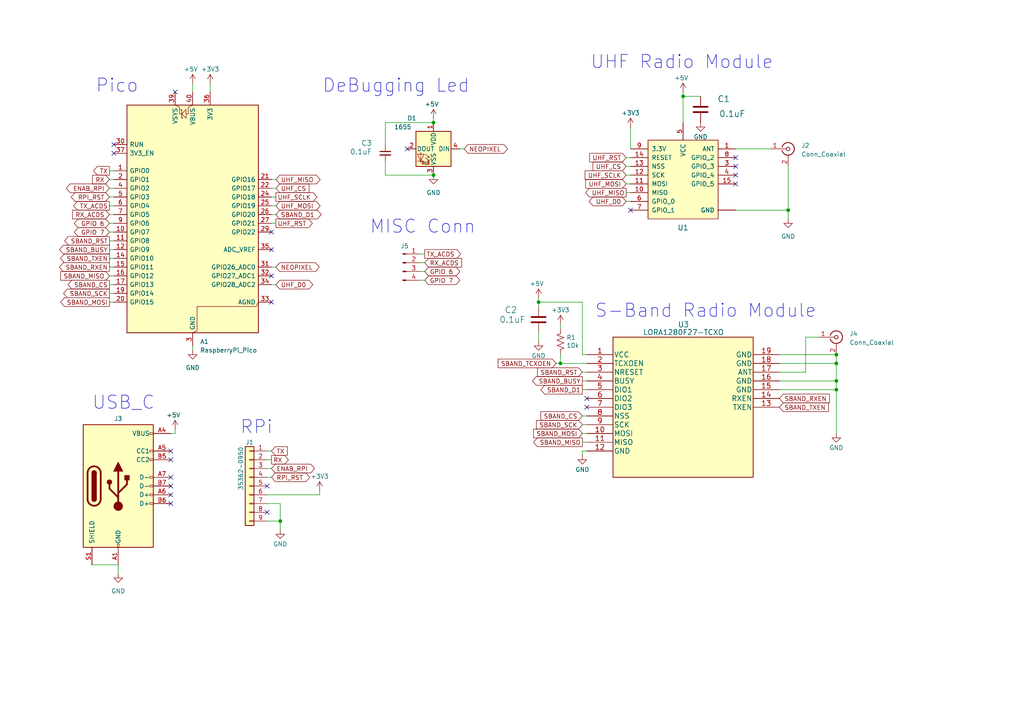
<source format=kicad_sch>
(kicad_sch (version 20250114) (generator "eeschema") (generator_version "9.0")
  (paper "A4")
  (lib_symbols
    (symbol "Connector:Conn_01x04_Pin" (pin_names (offset 1.016) (hide yes))
      (property "Reference" "J" (at 0 5.08 0))
      (property "Value" "Conn_01x04_Pin" (at 0 -7.62 0))
      (symbol "Conn_01x04_Pin_1_1"
        (rectangle (start 0.8636 2.667) (end 0 2.413) (stroke (width 0.1524)) (fill (type outline)))
        (rectangle (start 0.8636 0.127) (end 0 -0.127) (stroke (width 0.1524)) (fill (type outline)))
        (rectangle (start 0.8636 -2.413) (end 0 -2.667) (stroke (width 0.1524)) (fill (type outline)))
        (rectangle (start 0.8636 -4.953) (end 0 -5.207) (stroke (width 0.1524)) (fill (type outline)))
        (polyline (pts (xy 1.27 2.54) (xy 0.8636 2.54)) (stroke (width 0.1524)))
        (polyline (pts (xy 1.27 0) (xy 0.8636 0)) (stroke (width 0.1524)))
        (polyline (pts (xy 1.27 -2.54) (xy 0.8636 -2.54)) (stroke (width 0.1524)))
        (polyline (pts (xy 1.27 -5.08) (xy 0.8636 -5.08)) (stroke (width 0.1524)))
        (pin passive line (at 5.08 2.54 180) (length 3.81) (name "Pin_1") (number "1"))
        (pin passive line (at 5.08 0 180) (length 3.81) (name "Pin_2") (number "2"))
        (pin passive line (at 5.08 -2.54 180) (length 3.81) (name "Pin_3") (number "3"))
        (pin passive line (at 5.08 -5.08 180) (length 3.81) (name "Pin_4") (number "4"))
      )
    )
    (symbol "Connector:Conn_Coaxial" (pin_names (offset 1.016) (hide yes))
      (property "Reference" "J" (at 0.254 3.048 0))
      (property "Value" "Conn_Coaxial" (at 2.921 0 90))
      (symbol "Conn_Coaxial_0_1"
        (polyline (pts (xy -2.54 0) (xy -0.508 0)))
        (arc (start 1.778 0) (mid 0.222 -1.8079) (end -1.778 -0.508) (stroke (width 0.254)))
        (arc (start -1.778 0.508) (mid 0.2221 1.8084) (end 1.778 0) (stroke (width 0.254)))
        (circle (center 0 0) (radius 0.508) (stroke (width 0.2032)))
        (polyline (pts (xy 0 -2.54) (xy 0 -1.778)))
      )
      (symbol "Conn_Coaxial_1_1"
        (pin passive line (at -5.08 0 0) (length 2.54) (name "In") (number "1"))
        (pin passive line (at 0 -5.08 90) (length 2.54) (name "Ext") (number "2"))
      )
    )
    (symbol "Connector:USB_C_Receptacle_USB2.0_14P" (pin_names (offset 1.016))
      (property "Reference" "J" (at 0 22.225 0))
      (property "Value" "USB_C_Receptacle_USB2.0_14P" (at 0 19.685 0))
      (symbol "USB_C_Receptacle_USB2.0_14P_0_0"
        (rectangle (start -0.254 -17.78) (end 0.254 -16.764))
        (rectangle (start 10.16 15.494) (end 9.144 14.986))
        (rectangle (start 10.16 10.414) (end 9.144 9.906))
        (rectangle (start 10.16 7.874) (end 9.144 7.366))
        (rectangle (start 10.16 2.794) (end 9.144 2.286))
        (rectangle (start 10.16 0.254) (end 9.144 -0.254))
        (rectangle (start 10.16 -2.286) (end 9.144 -2.794))
        (rectangle (start 10.16 -4.826) (end 9.144 -5.334))
      )
      (symbol "USB_C_Receptacle_USB2.0_14P_0_1"
        (rectangle (start -10.16 17.78) (end 10.16 -17.78) (stroke (width 0.254)) (fill (type background)))
        (polyline (pts (xy -8.89 -3.81) (xy -8.89 3.81)) (stroke (width 0.508)))
        (rectangle (start -7.62 -3.81) (end -6.35 3.81) (stroke (width 0.254)) (fill (type outline)))
        (arc (start -7.62 3.81) (mid -6.985 4.4423) (end -6.35 3.81) (stroke (width 0.254)))
        (arc (start -7.62 3.81) (mid -6.985 4.4423) (end -6.35 3.81) (stroke (width 0.254)) (fill (type outline)))
        (arc (start -8.89 3.81) (mid -6.985 5.7067) (end -5.08 3.81) (stroke (width 0.508)))
        (arc (start -5.08 -3.81) (mid -6.985 -5.7067) (end -8.89 -3.81) (stroke (width 0.508)))
        (arc (start -6.35 -3.81) (mid -6.985 -4.4423) (end -7.62 -3.81) (stroke (width 0.254)))
        (arc (start -6.35 -3.81) (mid -6.985 -4.4423) (end -7.62 -3.81) (stroke (width 0.254)) (fill (type outline)))
        (polyline (pts (xy -5.08 3.81) (xy -5.08 -3.81)) (stroke (width 0.508)))
        (circle (center -2.54 1.143) (radius 0.635) (stroke (width 0.254)) (fill (type outline)))
        (polyline (pts (xy -1.27 4.318) (xy 0 6.858) (xy 1.27 4.318) (xy -1.27 4.318)) (stroke (width 0.254)) (fill (type outline)))
        (polyline (pts (xy 0 -2.032) (xy 2.54 0.508) (xy 2.54 1.778)) (stroke (width 0.508)))
        (polyline (pts (xy 0 -3.302) (xy -2.54 -0.762) (xy -2.54 0.508)) (stroke (width 0.508)))
        (polyline (pts (xy 0 -5.842) (xy 0 4.318)) (stroke (width 0.508)))
        (circle (center 0 -5.842) (radius 1.27) (fill (type outline)))
        (rectangle (start 1.905 1.778) (end 3.175 3.048) (stroke (width 0.254)) (fill (type outline)))
      )
      (symbol "USB_C_Receptacle_USB2.0_14P_1_1"
        (pin passive line (at -7.62 -22.86 90) (length 5.08) (name "SHIELD") (number "S1"))
        (pin passive line (at 0 -22.86 90) (length 5.08) (name "GND") (number "A1"))
        (pin passive line (at 0 -22.86 90) (length 5.08) (hide yes) (name "GND") (number "A12"))
        (pin passive line (at 0 -22.86 90) (length 5.08) (hide yes) (name "GND") (number "B1"))
        (pin passive line (at 0 -22.86 90) (length 5.08) (hide yes) (name "GND") (number "B12"))
        (pin passive line (at 15.24 15.24 180) (length 5.08) (name "VBUS") (number "A4"))
        (pin passive line (at 15.24 15.24 180) (length 5.08) (hide yes) (name "VBUS") (number "A9"))
        (pin passive line (at 15.24 15.24 180) (length 5.08) (hide yes) (name "VBUS") (number "B4"))
        (pin passive line (at 15.24 15.24 180) (length 5.08) (hide yes) (name "VBUS") (number "B9"))
        (pin bidirectional line (at 15.24 10.16 180) (length 5.08) (name "CC1") (number "A5"))
        (pin bidirectional line (at 15.24 7.62 180) (length 5.08) (name "CC2") (number "B5"))
        (pin bidirectional line (at 15.24 2.54 180) (length 5.08) (name "D-") (number "A7"))
        (pin bidirectional line (at 15.24 0 180) (length 5.08) (name "D-") (number "B7"))
        (pin bidirectional line (at 15.24 -2.54 180) (length 5.08) (name "D+") (number "A6"))
        (pin bidirectional line (at 15.24 -5.08 180) (length 5.08) (name "D+") (number "B6"))
      )
    )
    (symbol "Connector_Generic:Conn_01x09" (pin_names (offset 1.016) (hide yes))
      (property "Reference" "J" (at 0 12.7 0))
      (property "Value" "Conn_01x09" (at 0 -12.7 0))
      (symbol "Conn_01x09_1_1"
        (rectangle (start -1.27 11.43) (end 1.27 -11.43) (stroke (width 0.254)) (fill (type background)))
        (rectangle (start -1.27 10.287) (end 0 10.033) (stroke (width 0.1524)))
        (rectangle (start -1.27 7.747) (end 0 7.493) (stroke (width 0.1524)))
        (rectangle (start -1.27 5.207) (end 0 4.953) (stroke (width 0.1524)))
        (rectangle (start -1.27 2.667) (end 0 2.413) (stroke (width 0.1524)))
        (rectangle (start -1.27 0.127) (end 0 -0.127) (stroke (width 0.1524)))
        (rectangle (start -1.27 -2.413) (end 0 -2.667) (stroke (width 0.1524)))
        (rectangle (start -1.27 -4.953) (end 0 -5.207) (stroke (width 0.1524)))
        (rectangle (start -1.27 -7.493) (end 0 -7.747) (stroke (width 0.1524)))
        (rectangle (start -1.27 -10.033) (end 0 -10.287) (stroke (width 0.1524)))
        (pin passive line (at -5.08 10.16 0) (length 3.81) (name "Pin_1") (number "1"))
        (pin passive line (at -5.08 7.62 0) (length 3.81) (name "Pin_2") (number "2"))
        (pin passive line (at -5.08 5.08 0) (length 3.81) (name "Pin_3") (number "3"))
        (pin passive line (at -5.08 2.54 0) (length 3.81) (name "Pin_4") (number "4"))
        (pin passive line (at -5.08 0 0) (length 3.81) (name "Pin_5") (number "5"))
        (pin passive line (at -5.08 -2.54 0) (length 3.81) (name "Pin_6") (number "6"))
        (pin passive line (at -5.08 -5.08 0) (length 3.81) (name "Pin_7") (number "7"))
        (pin passive line (at -5.08 -7.62 0) (length 3.81) (name "Pin_8") (number "8"))
        (pin passive line (at -5.08 -10.16 0) (length 3.81) (name "Pin_9") (number "9"))
      )
    )
    (symbol "Device:C" (pin_numbers (hide yes)) (pin_names (offset 0.254))
      (property "Reference" "C" (at 0.635 2.54 0))
      (property "Value" "C" (at 0.635 -2.54 0))
      (symbol "C_0_1"
        (polyline (pts (xy -2.032 0.762) (xy 2.032 0.762)) (stroke (width 0.508)))
        (polyline (pts (xy -2.032 -0.762) (xy 2.032 -0.762)) (stroke (width 0.508)))
      )
      (symbol "C_1_1"
        (pin passive line (at 0 3.81 270) (length 2.794) (name "~") (number "1"))
        (pin passive line (at 0 -3.81 90) (length 2.794) (name "~") (number "2"))
      )
    )
    (symbol "Device:C_Small" (pin_numbers (hide yes)) (pin_names (offset 0.254) (hide yes))
      (property "Reference" "C" (at 0.254 1.778 0))
      (property "Value" "C_Small" (at 0.254 -2.032 0))
      (symbol "C_Small_0_1"
        (polyline (pts (xy -1.524 0.508) (xy 1.524 0.508)) (stroke (width 0.3048)))
        (polyline (pts (xy -1.524 -0.508) (xy 1.524 -0.508)) (stroke (width 0.3302)))
      )
      (symbol "C_Small_1_1"
        (pin passive line (at 0 2.54 270) (length 2.032) (name "~") (number "1"))
        (pin passive line (at 0 -2.54 90) (length 2.032) (name "~") (number "2"))
      )
    )
    (symbol "Device:R_US" (pin_numbers (hide yes)) (pin_names (offset 0))
      (property "Reference" "R" (at 2.54 0 90))
      (property "Value" "R_US" (at -2.54 0 90))
      (symbol "R_US_0_1"
        (polyline (pts (xy 0 2.286) (xy 0 2.54)))
        (polyline (pts (xy 0 2.286) (xy 1.016 1.905) (xy 0 1.524) (xy -1.016 1.143) (xy 0 0.762)))
        (polyline (pts (xy 0 0.762) (xy 1.016 0.381) (xy 0 0) (xy -1.016 -0.381) (xy 0 -0.762)))
        (polyline (pts (xy 0 -0.762) (xy 1.016 -1.143) (xy 0 -1.524) (xy -1.016 -1.905) (xy 0 -2.286)))
        (polyline (pts (xy 0 -2.286) (xy 0 -2.54)))
      )
      (symbol "R_US_1_1"
        (pin passive line (at 0 3.81 270) (length 1.27) (name "~") (number "1"))
        (pin passive line (at 0 -3.81 90) (length 1.27) (name "~") (number "2"))
      )
    )
    (symbol "LED:WS2812B" (pin_names (offset 0.254))
      (property "Reference" "D" (at 5.08 5.715 0))
      (property "Value" "WS2812B" (at 1.27 -5.715 0))
      (symbol "WS2812B_0_0"
        (text "RGB" (at 2.286 -4.191 0) (effects (font (size 0.762 0.762))))
      )
      (symbol "WS2812B_0_1"
        (polyline (pts (xy 1.27 -2.54) (xy 1.778 -2.54)))
        (polyline (pts (xy 1.27 -3.556) (xy 1.778 -3.556)))
        (polyline (pts (xy 2.286 -1.524) (xy 1.27 -2.54) (xy 1.27 -2.032)))
        (polyline (pts (xy 2.286 -2.54) (xy 1.27 -3.556) (xy 1.27 -3.048)))
        (polyline (pts (xy 3.683 -1.016) (xy 3.683 -3.556) (xy 3.683 -4.064)))
        (polyline (pts (xy 4.699 -1.524) (xy 2.667 -1.524) (xy 3.683 -3.556) (xy 4.699 -1.524)))
        (polyline (pts (xy 4.699 -3.556) (xy 2.667 -3.556)))
        (rectangle (start 5.08 5.08) (end -5.08 -5.08) (stroke (width 0.254)) (fill (type background)))
      )
      (symbol "WS2812B_1_1"
        (pin input line (at -7.62 0 0) (length 2.54) (name "DIN") (number "4"))
        (pin power_in line (at 0 7.62 270) (length 2.54) (name "VDD") (number "1"))
        (pin power_in line (at 0 -7.62 90) (length 2.54) (name "VSS") (number "3"))
        (pin output line (at 7.62 0 180) (length 2.54) (name "DOUT") (number "2"))
      )
    )
    (symbol "MCU_Module:RaspberryPi_Pico" (pin_names (offset 0.762))
      (property "Reference" "A" (at -19.05 35.56 0))
      (property "Value" "RaspberryPi_Pico" (at 7.62 35.56 0))
      (symbol "RaspberryPi_Pico_0_1"
        (rectangle (start -19.05 34.29) (end 19.05 -31.75) (stroke (width 0.254)) (fill (type background)))
        (polyline (pts (xy -5.08 34.29) (xy -3.81 33.655) (xy -3.81 31.75) (xy -3.175 31.75)))
        (polyline (pts (xy -3.429 32.766) (xy -3.429 33.02) (xy -3.175 33.02) (xy -3.175 30.48) (xy -2.921 30.48) (xy -2.921 30.734)))
        (polyline (pts (xy -3.175 31.75) (xy -1.905 33.02) (xy -1.905 30.48) (xy -3.175 31.75)))
        (polyline (pts (xy 0 34.29) (xy -1.27 33.655) (xy -1.27 31.75) (xy -1.905 31.75)))
        (polyline (pts (xy 0 -31.75) (xy 1.27 -31.115) (xy 1.27 -24.13) (xy 18.415 -24.13) (xy 19.05 -22.86)))
      )
      (symbol "RaspberryPi_Pico_1_1"
        (pin passive line (at -22.86 22.86 0) (length 3.81) (name "RUN") (number "30"))
        (pin passive line (at -22.86 20.32 0) (length 3.81) (name "3V3_EN") (number "37"))
        (pin bidirectional line (at -22.86 15.24 0) (length 3.81) (name "GPIO0") (number "1"))
        (pin bidirectional line (at -22.86 12.7 0) (length 3.81) (name "GPIO1") (number "2"))
        (pin bidirectional line (at -22.86 10.16 0) (length 3.81) (name "GPIO2") (number "4"))
        (pin bidirectional line (at -22.86 7.62 0) (length 3.81) (name "GPIO3") (number "5"))
        (pin bidirectional line (at -22.86 5.08 0) (length 3.81) (name "GPIO4") (number "6"))
        (pin bidirectional line (at -22.86 2.54 0) (length 3.81) (name "GPIO5") (number "7"))
        (pin bidirectional line (at -22.86 0 0) (length 3.81) (name "GPIO6") (number "9"))
        (pin bidirectional line (at -22.86 -2.54 0) (length 3.81) (name "GPIO7") (number "10"))
        (pin bidirectional line (at -22.86 -5.08 0) (length 3.81) (name "GPIO8") (number "11"))
        (pin bidirectional line (at -22.86 -7.62 0) (length 3.81) (name "GPIO9") (number "12"))
        (pin bidirectional line (at -22.86 -10.16 0) (length 3.81) (name "GPIO10") (number "14"))
        (pin bidirectional line (at -22.86 -12.7 0) (length 3.81) (name "GPIO11") (number "15"))
        (pin bidirectional line (at -22.86 -15.24 0) (length 3.81) (name "GPIO12") (number "16"))
        (pin bidirectional line (at -22.86 -17.78 0) (length 3.81) (name "GPIO13") (number "17"))
        (pin bidirectional line (at -22.86 -20.32 0) (length 3.81) (name "GPIO14") (number "19"))
        (pin bidirectional line (at -22.86 -22.86 0) (length 3.81) (name "GPIO15") (number "20"))
        (pin power_in line (at -5.08 38.1 270) (length 3.81) (name "VSYS") (number "39"))
        (pin power_out line (at 0 38.1 270) (length 3.81) (name "VBUS") (number "40"))
        (pin passive line (at 0 -35.56 90) (length 3.81) (hide yes) (name "GND") (number "13"))
        (pin passive line (at 0 -35.56 90) (length 3.81) (hide yes) (name "GND") (number "18"))
        (pin passive line (at 0 -35.56 90) (length 3.81) (hide yes) (name "GND") (number "23"))
        (pin passive line (at 0 -35.56 90) (length 3.81) (hide yes) (name "GND") (number "28"))
        (pin power_out line (at 0 -35.56 90) (length 3.81) (name "GND") (number "3"))
        (pin passive line (at 0 -35.56 90) (length 3.81) (hide yes) (name "GND") (number "38"))
        (pin passive line (at 0 -35.56 90) (length 3.81) (hide yes) (name "GND") (number "8"))
        (pin power_out line (at 5.08 38.1 270) (length 3.81) (name "3V3") (number "36"))
        (pin bidirectional line (at 22.86 12.7 180) (length 3.81) (name "GPIO16") (number "21"))
        (pin bidirectional line (at 22.86 10.16 180) (length 3.81) (name "GPIO17") (number "22"))
        (pin bidirectional line (at 22.86 7.62 180) (length 3.81) (name "GPIO18") (number "24"))
        (pin bidirectional line (at 22.86 5.08 180) (length 3.81) (name "GPIO19") (number "25"))
        (pin bidirectional line (at 22.86 2.54 180) (length 3.81) (name "GPIO20") (number "26"))
        (pin bidirectional line (at 22.86 0 180) (length 3.81) (name "GPIO21") (number "27"))
        (pin bidirectional line (at 22.86 -2.54 180) (length 3.81) (name "GPIO22") (number "29"))
        (pin power_in line (at 22.86 -7.62 180) (length 3.81) (name "ADC_VREF") (number "35"))
        (pin bidirectional line (at 22.86 -12.7 180) (length 3.81) (name "GPIO26_ADC0") (number "31"))
        (pin bidirectional line (at 22.86 -15.24 180) (length 3.81) (name "GPIO27_ADC1") (number "32"))
        (pin bidirectional line (at 22.86 -17.78 180) (length 3.81) (name "GPIO28_ADC2") (number "34"))
        (pin power_out line (at 22.86 -22.86 180) (length 3.81) (name "AGND") (number "33"))
      )
    )
    (symbol "power:+3V3" (power) (pin_numbers (hide yes)) (pin_names (offset 0) (hide yes))
      (property "Value" "+3V3" (at 0 3.556 0))
      (symbol "+3V3_0_1"
        (polyline (pts (xy -0.762 1.27) (xy 0 2.54)))
        (polyline (pts (xy 0 2.54) (xy 0.762 1.27)))
        (polyline (pts (xy 0 0) (xy 0 2.54)))
      )
      (symbol "+3V3_1_1"
        (pin power_in line (at 0 0 90) (length 0) (name "~") (number "1"))
      )
    )
    (symbol "power:+5V" (power) (pin_numbers (hide yes)) (pin_names (offset 0) (hide yes))
      (property "Value" "+5V" (at 0 3.556 0))
      (symbol "+5V_0_1"
        (polyline (pts (xy -0.762 1.27) (xy 0 2.54)))
        (polyline (pts (xy 0 2.54) (xy 0.762 1.27)))
        (polyline (pts (xy 0 0) (xy 0 2.54)))
      )
      (symbol "+5V_1_1"
        (pin power_in line (at 0 0 90) (length 0) (name "~") (number "1"))
      )
    )
    (symbol "power:GND" (power) (pin_numbers (hide yes)) (pin_names (offset 0) (hide yes))
      (property "Value" "GND" (at 0 -3.81 0))
      (symbol "GND_0_1"
        (polyline (pts (xy 0 0) (xy 0 -1.27) (xy 1.27 -1.27) (xy 0 -2.54) (xy -1.27 -1.27) (xy 0 -1.27)))
      )
      (symbol "GND_1_1"
        (pin power_in line (at 0 0 270) (length 0) (name "~") (number "1"))
      )
    )
    (symbol "ssi_IC:LORA1280F27-TCXO" (pin_names (offset 0.254))
      (property "Reference" "U" (at 27.94 10.16 0))
      (property "Value" "LoRa1280F27-TCXO" (at 27.94 7.62 0))
      (property "Datasheet" "https://file.fomille.site/1260815565112336386/1650759420204007426.pdf" (at 0 0 0))
      (symbol "LORA1280F27-TCXO_1_0"
        (pin bidirectional line (at 55.88 -5.08 180) (length 7.62) (name "ANT") (number "17"))
      )
      (symbol "LORA1280F27-TCXO_1_1"
        (rectangle (start 7.62 5.08) (end 48.26 -35.56) (stroke (width 0.254)) (fill (type background)))
        (pin power_in line (at 0 0 0) (length 7.62) (name "VCC") (number "1"))
        (pin input line (at 0 -2.54 0) (length 7.62) (name "TCXOEN") (number "2"))
        (pin input line (at 0 -5.08 0) (length 7.62) (name "NRESET") (number "3"))
        (pin output line (at 0 -7.62 0) (length 7.62) (name "BUSY") (number "4"))
        (pin output line (at 0 -10.16 0) (length 7.62) (name "DIO1") (number "5"))
        (pin output line (at 0 -12.7 0) (length 7.62) (name "DIO2") (number "6"))
        (pin output line (at 0 -15.24 0) (length 7.62) (name "DIO3") (number "7"))
        (pin input line (at 0 -17.78 0) (length 7.62) (name "NSS") (number "8"))
        (pin input line (at 0 -20.32 0) (length 7.62) (name "SCK") (number "9"))
        (pin input line (at 0 -22.86 0) (length 7.62) (name "MOSI") (number "10"))
        (pin output line (at 0 -25.4 0) (length 7.62) (name "MISO") (number "11"))
        (pin power_in line (at 0 -27.94 0) (length 7.62) (name "GND") (number "12"))
        (pin power_in line (at 55.88 0 180) (length 7.62) (name "GND") (number "19"))
        (pin power_in line (at 55.88 -2.54 180) (length 7.62) (name "GND") (number "18"))
        (pin power_in line (at 55.88 -7.62 180) (length 7.62) (name "GND") (number "16"))
        (pin power_in line (at 55.88 -10.16 180) (length 7.62) (name "GND") (number "15"))
        (pin input line (at 55.88 -12.7 180) (length 7.62) (name "RXEN") (number "14"))
        (pin input line (at 55.88 -15.24 180) (length 7.62) (name "TXEN") (number "13"))
      )
    )
    (symbol "ssi_IC:RFM98PW" (pin_names (offset 1.016))
      (property "Reference" "U1" (at 2.54 -15.24 0))
      (symbol "RFM98PW_0_1"
        (rectangle (start -7.62 10.16) (end 12.7 -12.7) (fill (type color) (color 255 255 194 1)))
      )
      (symbol "RFM98PW_1_0"
        (polyline (pts (xy -7.62 10.16) (xy 12.7 10.16)))
        (polyline (pts (xy -7.62 -12.7) (xy -7.62 10.16)))
        (polyline (pts (xy 12.7 10.16) (xy 12.7 -12.7)))
        (pin power_in line (at -12.7 7.62 0) (length 5.08) (name "3.3V") (number "9"))
        (pin bidirectional line (at -12.7 5.08 0) (length 5.08) (name "RESET") (number "14"))
        (pin bidirectional line (at -12.7 2.54 0) (length 5.08) (name "NSS") (number "13"))
        (pin input line (at -12.7 0 0) (length 5.08) (name "SCK") (number "12"))
        (pin input line (at -12.7 -2.54 0) (length 5.08) (name "MOSI") (number "11"))
        (pin output line (at -12.7 -5.08 0) (length 5.08) (name "MISO") (number "10"))
        (pin bidirectional line (at -12.7 -7.62 0) (length 5.08) (name "GPIO_0") (number "6"))
        (pin bidirectional line (at -12.7 -10.16 0) (length 5.08) (name "GPIO_1") (number "7"))
        (pin power_in line (at 2.54 15.24 270) (length 5.08) (name "VCC") (number "5"))
        (pin bidirectional line (at 17.78 7.62 180) (length 5.08) (name "ANT") (number "1"))
        (pin bidirectional line (at 17.78 5.08 180) (length 5.08) (name "GPIO_2") (number "8"))
        (pin bidirectional line (at 17.78 2.54 180) (length 5.08) (name "GPIO_3") (number "3"))
        (pin bidirectional line (at 17.78 0 180) (length 5.08) (name "GPIO_4") (number "4"))
        (pin bidirectional line (at 17.78 -2.54 180) (length 5.08) (name "GPIO_5") (number "15"))
        (pin power_in line (at 17.78 -10.16 180) (length 5.08) (name "GND") (number "16"))
        (pin power_in line (at 17.78 -10.16 180) (length 5.08) (hide yes) (name "GND") (number "17"))
        (pin power_in line (at 17.78 -10.16 180) (length 5.08) (name "GND") (number "2"))
      )
    )
  )
  (text "Pico" (at 27.686 27.178 0) (effects (font (size 3.81 3.81)) (justify left bottom)))
  (text "MISC Conn\n" (at 107.188 68.072 0) (effects (font (size 3.81 3.81)) (justify left bottom)))
  (text "RPi\n" (at 69.596 126.238 0) (effects (font (size 3.81 3.81)) (justify left bottom)))
  (text "UHF Radio Module" (at 171.196 20.32 0) (effects (font (size 3.81 3.81)) (justify left bottom)))
  (text "USB_C" (at 26.67 119.126 0) (effects (font (size 3.81 3.81)) (justify left bottom)))
  (text "S-Band Radio Module\n" (at 172.466 92.456 0) (effects (font (size 3.81 3.81)) (justify left bottom)))
  (text "DeBugging Led\n" (at 93.472 27.178 0) (effects (font (size 3.81 3.81)) (justify left bottom)))
  (junction (at 198.12 27.94))
  (junction (at 242.57 113.03))
  (junction (at 156.21 87.63))
  (junction (at 125.73 50.8))
  (junction (at 125.73 35.56))
  (junction (at 81.28 151.13))
  (junction (at 242.57 102.87))
  (junction (at 242.57 110.49))
  (junction (at 242.57 105.41))
  (junction (at 228.6 60.96))
  (junction (at 162.56 105.41))
  (no_connect (at 78.74 80.01))
  (no_connect (at 170.18 118.11))
  (no_connect (at 49.53 133.35))
  (no_connect (at 213.36 53.34))
  (no_connect (at 182.88 60.96))
  (no_connect (at 49.53 146.05))
  (no_connect (at 49.53 130.81))
  (no_connect (at 78.74 72.39))
  (no_connect (at 77.47 148.59))
  (no_connect (at 78.74 67.31))
  (no_connect (at 33.02 41.91))
  (no_connect (at 49.53 138.43))
  (no_connect (at 213.36 50.8))
  (no_connect (at 118.11 43.18))
  (no_connect (at 49.53 143.51))
  (no_connect (at 170.18 115.57))
  (no_connect (at 50.8 26.67))
  (no_connect (at 213.36 48.26))
  (no_connect (at 213.36 45.72))
  (no_connect (at 78.74 87.63))
  (no_connect (at 77.47 140.97))
  (no_connect (at 49.53 140.97))
  (no_connect (at 33.02 44.45))
  (wire (pts (xy 92.71 142.24) (xy 92.71 143.51)))
  (wire (pts (xy 31.75 62.23) (xy 33.02 62.23)))
  (wire (pts (xy 226.06 107.95) (xy 233.68 107.95)))
  (wire (pts (xy 168.91 87.63) (xy 156.21 87.63)))
  (wire (pts (xy 162.56 93.98) (xy 162.56 95.25)))
  (wire (pts (xy 77.47 135.89) (xy 78.74 135.89)))
  (wire (pts (xy 162.56 105.41) (xy 170.18 105.41)))
  (wire (pts (xy 31.75 67.31) (xy 33.02 67.31)))
  (wire (pts (xy 34.29 166.37) (xy 34.29 163.83)))
  (wire (pts (xy 226.06 102.87) (xy 242.57 102.87)))
  (wire (pts (xy 123.19 76.2) (xy 121.92 76.2)))
  (wire (pts (xy 228.6 48.26) (xy 228.6 60.96)))
  (wire (pts (xy 181.61 50.8) (xy 182.88 50.8)))
  (wire (pts (xy 156.21 96.52) (xy 156.21 99.06)))
  (wire (pts (xy 31.75 74.93) (xy 33.02 74.93)))
  (wire (pts (xy 226.06 105.41) (xy 242.57 105.41)))
  (wire (pts (xy 156.21 86.36) (xy 156.21 87.63)))
  (wire (pts (xy 31.75 54.61) (xy 33.02 54.61)))
  (wire (pts (xy 182.88 36.83) (xy 182.88 43.18)))
  (wire (pts (xy 92.71 143.51) (xy 77.47 143.51)))
  (wire (pts (xy 162.56 102.87) (xy 162.56 105.41)))
  (wire (pts (xy 77.47 151.13) (xy 81.28 151.13)))
  (wire (pts (xy 60.96 24.13) (xy 60.96 26.67)))
  (wire (pts (xy 242.57 110.49) (xy 242.57 113.03)))
  (wire (pts (xy 226.06 110.49) (xy 242.57 110.49)))
  (wire (pts (xy 78.74 54.61) (xy 80.01 54.61)))
  (wire (pts (xy 181.61 53.34) (xy 182.88 53.34)))
  (wire (pts (xy 111.76 50.8) (xy 125.73 50.8)))
  (wire (pts (xy 31.75 49.53) (xy 33.02 49.53)))
  (wire (pts (xy 81.28 151.13) (xy 81.28 153.67)))
  (wire (pts (xy 198.12 26.67) (xy 198.12 27.94)))
  (wire (pts (xy 55.88 24.13) (xy 55.88 26.67)))
  (wire (pts (xy 242.57 105.41) (xy 242.57 110.49)))
  (wire (pts (xy 31.75 64.77) (xy 33.02 64.77)))
  (wire (pts (xy 111.76 35.56) (xy 125.73 35.56)))
  (wire (pts (xy 31.75 82.55) (xy 33.02 82.55)))
  (wire (pts (xy 111.76 46.99) (xy 111.76 50.8)))
  (wire (pts (xy 31.75 59.69) (xy 33.02 59.69)))
  (wire (pts (xy 111.76 35.56) (xy 111.76 41.91)))
  (wire (pts (xy 31.75 57.15) (xy 33.02 57.15)))
  (wire (pts (xy 242.57 113.03) (xy 242.57 125.73)))
  (wire (pts (xy 161.29 105.41) (xy 162.56 105.41)))
  (wire (pts (xy 181.61 45.72) (xy 182.88 45.72)))
  (wire (pts (xy 168.91 123.19) (xy 170.18 123.19)))
  (wire (pts (xy 133.35 43.18) (xy 134.62 43.18)))
  (wire (pts (xy 31.75 80.01) (xy 33.02 80.01)))
  (wire (pts (xy 78.74 77.47) (xy 80.01 77.47)))
  (wire (pts (xy 77.47 133.35) (xy 78.74 133.35)))
  (wire (pts (xy 156.21 87.63) (xy 156.21 88.9)))
  (wire (pts (xy 121.92 81.28) (xy 123.19 81.28)))
  (wire (pts (xy 181.61 48.26) (xy 182.88 48.26)))
  (wire (pts (xy 168.91 102.87) (xy 168.91 87.63)))
  (wire (pts (xy 80.01 57.15) (xy 78.74 57.15)))
  (wire (pts (xy 81.28 146.05) (xy 81.28 151.13)))
  (wire (pts (xy 228.6 60.96) (xy 228.6 63.5)))
  (wire (pts (xy 168.91 130.81) (xy 170.18 130.81)))
  (wire (pts (xy 78.74 130.81) (xy 77.47 130.81)))
  (wire (pts (xy 168.91 107.95) (xy 170.18 107.95)))
  (wire (pts (xy 31.75 87.63) (xy 33.02 87.63)))
  (wire (pts (xy 55.88 101.6) (xy 55.88 100.33)))
  (wire (pts (xy 168.91 110.49) (xy 170.18 110.49)))
  (wire (pts (xy 121.92 78.74) (xy 123.19 78.74)))
  (wire (pts (xy 213.36 60.96) (xy 228.6 60.96)))
  (wire (pts (xy 78.74 82.55) (xy 80.01 82.55)))
  (wire (pts (xy 78.74 64.77) (xy 80.01 64.77)))
  (wire (pts (xy 168.91 120.65) (xy 170.18 120.65)))
  (wire (pts (xy 203.2 27.94) (xy 198.12 27.94)))
  (wire (pts (xy 168.91 125.73) (xy 170.18 125.73)))
  (wire (pts (xy 50.8 125.73) (xy 50.8 124.46)))
  (wire (pts (xy 77.47 138.43) (xy 78.74 138.43)))
  (wire (pts (xy 80.01 52.07) (xy 78.74 52.07)))
  (wire (pts (xy 181.61 58.42) (xy 182.88 58.42)))
  (wire (pts (xy 168.91 113.03) (xy 170.18 113.03)))
  (wire (pts (xy 77.47 146.05) (xy 81.28 146.05)))
  (wire (pts (xy 233.68 97.79) (xy 233.68 107.95)))
  (wire (pts (xy 125.73 34.29) (xy 125.73 35.56)))
  (wire (pts (xy 80.01 59.69) (xy 78.74 59.69)))
  (wire (pts (xy 233.68 97.79) (xy 237.49 97.79)))
  (wire (pts (xy 213.36 43.18) (xy 223.52 43.18)))
  (wire (pts (xy 26.67 163.83) (xy 34.29 163.83)))
  (wire (pts (xy 78.74 62.23) (xy 80.01 62.23)))
  (wire (pts (xy 181.61 55.88) (xy 182.88 55.88)))
  (wire (pts (xy 31.75 69.85) (xy 33.02 69.85)))
  (wire (pts (xy 198.12 27.94) (xy 198.12 35.56)))
  (wire (pts (xy 31.75 52.07) (xy 33.02 52.07)))
  (wire (pts (xy 49.53 125.73) (xy 50.8 125.73)))
  (wire (pts (xy 31.75 85.09) (xy 33.02 85.09)))
  (wire (pts (xy 168.91 130.81) (xy 168.91 132.08)))
  (wire (pts (xy 226.06 113.03) (xy 242.57 113.03)))
  (wire (pts (xy 242.57 102.87) (xy 242.57 105.41)))
  (wire (pts (xy 168.91 102.87) (xy 170.18 102.87)))
  (wire (pts (xy 31.75 72.39) (xy 33.02 72.39)))
  (wire (pts (xy 31.75 77.47) (xy 33.02 77.47)))
  (wire (pts (xy 168.91 128.27) (xy 170.18 128.27)))
  (wire (pts (xy 123.19 73.66) (xy 121.92 73.66)))
  (global_label "TX_ACDS" (shape output) (at 123.19 73.66 0) (property "Intersheetrefs" "${INTERSHEET_REFS}" (effects (hide yes))))
  (global_label "TX_ACDS" (shape output) (at 31.75 59.69 180) (property "Intersheetrefs" "${INTERSHEET_REFS}" (effects (hide yes))))
  (global_label "SBAND_MISO" (shape output) (at 168.91 128.27 180) (property "Intersheetrefs" "${INTERSHEET_REFS}" (effects (hide yes))))
  (global_label "UHF_RST" (shape input) (at 181.61 45.72 180) (property "Intersheetrefs" "${INTERSHEET_REFS}" (effects (hide yes))))
  (global_label "SBAND_TXEN" (shape output) (at 31.75 74.93 180) (property "Intersheetrefs" "${INTERSHEET_REFS}" (effects (hide yes))))
  (global_label "UHF_SCLK" (shape output) (at 80.01 57.15 0) (property "Intersheetrefs" "${INTERSHEET_REFS}" (effects (hide yes))))
  (global_label "SBAND_D1" (shape bidirectional) (at 80.01 62.23 0) (property "Intersheetrefs" "${INTERSHEET_REFS}" (effects (hide yes))))
  (global_label "SBAND_TCXOEN" (shape input) (at 161.29 105.41 180) (property "Intersheetrefs" "${INTERSHEET_REFS}" (effects (hide yes))))
  (global_label "UHF_MISO" (shape output) (at 181.61 55.88 180) (property "Intersheetrefs" "${INTERSHEET_REFS}" (effects (hide yes))))
  (global_label "UHF_MISO" (shape bidirectional) (at 80.01 52.07 0) (property "Intersheetrefs" "${INTERSHEET_REFS}" (effects (hide yes))))
  (global_label "UHF_RST" (shape output) (at 80.01 64.77 0) (property "Intersheetrefs" "${INTERSHEET_REFS}" (effects (hide yes))))
  (global_label "UHF_CS" (shape input) (at 80.01 54.61 0) (property "Intersheetrefs" "${INTERSHEET_REFS}" (effects (hide yes))))
  (global_label "SBAND_D1" (shape output) (at 168.91 113.03 180) (property "Intersheetrefs" "${INTERSHEET_REFS}" (effects (hide yes))))
  (global_label "ENAB_RPI" (shape bidirectional) (at 78.74 135.89 0) (property "Intersheetrefs" "${INTERSHEET_REFS}" (effects (hide yes))))
  (global_label "RX" (shape output) (at 78.74 133.35 0) (property "Intersheetrefs" "${INTERSHEET_REFS}" (effects (hide yes))))
  (global_label "RPI_RST" (shape bidirectional) (at 78.74 138.43 0) (property "Intersheetrefs" "${INTERSHEET_REFS}" (effects (hide yes))))
  (global_label "SBAND_SCK" (shape output) (at 31.75 85.09 180) (property "Intersheetrefs" "${INTERSHEET_REFS}" (effects (hide yes))))
  (global_label "SBAND_SCK" (shape input) (at 168.91 123.19 180) (property "Intersheetrefs" "${INTERSHEET_REFS}" (effects (hide yes))))
  (global_label "SBAND_BUSY" (shape output) (at 168.91 110.49 180) (property "Intersheetrefs" "${INTERSHEET_REFS}" (effects (hide yes))))
  (global_label "SBAND_MISO" (shape input) (at 31.75 80.01 180) (property "Intersheetrefs" "${INTERSHEET_REFS}" (effects (hide yes))))
  (global_label "SBAND_RST" (shape output) (at 31.75 69.85 180) (property "Intersheetrefs" "${INTERSHEET_REFS}" (effects (hide yes))))
  (global_label "RPI_RST" (shape bidirectional) (at 31.75 57.15 180) (property "Intersheetrefs" "${INTERSHEET_REFS}" (effects (hide yes))))
  (global_label "RX_ACDS" (shape input) (at 123.19 76.2 0) (property "Intersheetrefs" "${INTERSHEET_REFS}" (effects (hide yes))))
  (global_label "UHF_MOSI" (shape bidirectional) (at 80.01 59.69 0) (property "Intersheetrefs" "${INTERSHEET_REFS}" (effects (hide yes))))
  (global_label "SBAND_BUSY" (shape output) (at 31.75 72.39 180) (property "Intersheetrefs" "${INTERSHEET_REFS}" (effects (hide yes))))
  (global_label "SBAND_MOSI" (shape input) (at 168.91 125.73 180) (property "Intersheetrefs" "${INTERSHEET_REFS}" (effects (hide yes))))
  (global_label "UHF_D0" (shape bidirectional) (at 181.61 58.42 180) (property "Intersheetrefs" "${INTERSHEET_REFS}" (effects (hide yes))))
  (global_label "RX" (shape input) (at 31.75 52.07 180) (property "Intersheetrefs" "${INTERSHEET_REFS}" (effects (hide yes))))
  (global_label "SBAND_RST" (shape input) (at 168.91 107.95 180) (property "Intersheetrefs" "${INTERSHEET_REFS}" (effects (hide yes))))
  (global_label "GPIO 6" (shape bidirectional) (at 31.75 64.77 180) (property "Intersheetrefs" "${INTERSHEET_REFS}" (effects (hide yes))))
  (global_label "UHF_CS" (shape input) (at 181.61 48.26 180) (property "Intersheetrefs" "${INTERSHEET_REFS}" (effects (hide yes))))
  (global_label "RX_ACDS" (shape input) (at 31.75 62.23 180) (property "Intersheetrefs" "${INTERSHEET_REFS}" (effects (hide yes))))
  (global_label "GPIO 7" (shape bidirectional) (at 123.19 81.28 0) (property "Intersheetrefs" "${INTERSHEET_REFS}" (effects (hide yes))))
  (global_label "SBAND_CS" (shape input) (at 168.91 120.65 180) (property "Intersheetrefs" "${INTERSHEET_REFS}" (effects (hide yes))))
  (global_label "SBAND_CS" (shape output) (at 31.75 82.55 180) (property "Intersheetrefs" "${INTERSHEET_REFS}" (effects (hide yes))))
  (global_label "SBAND_MOSI" (shape output) (at 31.75 87.63 180) (property "Intersheetrefs" "${INTERSHEET_REFS}" (effects (hide yes))))
  (global_label "NEOPIXEL" (shape bidirectional) (at 80.01 77.47 0) (property "Intersheetrefs" "${INTERSHEET_REFS}" (effects (hide yes))))
  (global_label "SBAND_RXEN" (shape output) (at 31.75 77.47 180) (property "Intersheetrefs" "${INTERSHEET_REFS}" (effects (hide yes))))
  (global_label "ENAB_RPI" (shape bidirectional) (at 31.75 54.61 180) (property "Intersheetrefs" "${INTERSHEET_REFS}" (effects (hide yes))))
  (global_label "TX" (shape output) (at 31.75 49.53 180) (property "Intersheetrefs" "${INTERSHEET_REFS}" (effects (hide yes))))
  (global_label "UHF_SCLK" (shape input) (at 181.61 50.8 180) (property "Intersheetrefs" "${INTERSHEET_REFS}" (effects (hide yes))))
  (global_label "TX" (shape input) (at 78.74 130.81 0) (property "Intersheetrefs" "${INTERSHEET_REFS}" (effects (hide yes))))
  (global_label "GPIO 6" (shape bidirectional) (at 123.19 78.74 0) (property "Intersheetrefs" "${INTERSHEET_REFS}" (effects (hide yes))))
  (global_label "SBAND_TXEN" (shape input) (at 226.06 118.11 0) (property "Intersheetrefs" "${INTERSHEET_REFS}" (effects (hide yes))))
  (global_label "SBAND_RXEN" (shape input) (at 226.06 115.57 0) (property "Intersheetrefs" "${INTERSHEET_REFS}" (effects (hide yes))))
  (global_label "UHF_D0" (shape bidirectional) (at 80.01 82.55 0) (property "Intersheetrefs" "${INTERSHEET_REFS}" (effects (hide yes))))
  (global_label "NEOPIXEL" (shape bidirectional) (at 134.62 43.18 0) (property "Intersheetrefs" "${INTERSHEET_REFS}" (effects (hide yes))))
  (global_label "UHF_MOSI" (shape input) (at 181.61 53.34 180) (property "Intersheetrefs" "${INTERSHEET_REFS}" (effects (hide yes))))
  (global_label "GPIO 7" (shape bidirectional) (at 31.75 67.31 180) (property "Intersheetrefs" "${INTERSHEET_REFS}" (effects (hide yes))))
  (symbol (lib_id "power:+5V") (at 55.88 24.13 0) (unit 1)
    (property "Reference" "#PWR05" (effects (hide yes)))
    (property "Value" "+5V" (at 55.372 20.066 0))
    (property "Description" "Power symbol creates a global label with name \"+5V\"" (effects (hide yes)))
  )
  (symbol (lib_id "power:+3V3") (at 162.56 93.98 0) (unit 1)
    (property "Reference" "#PWR018" (effects (hide yes)))
    (property "Value" "+3V3" (at 162.56 89.916 0))
    (property "Description" "Power symbol creates a global label with name \"+3V3\"" (effects (hide yes)))
  )
  (symbol (lib_id "Device:C_Small") (at 111.76 44.45 0) (unit 1)
    (property "Reference" "C3" (at 107.95 40.64 0) (effects (font (size 1.4986 1.4986)) (justify right top)))
    (property "Value" "0.1uF" (at 107.95 43.18 0) (effects (font (size 1.4986 1.4986)) (justify right top)))
    (property "Footprint" "Capacitor_SMD:C_0603_1608Metric" (effects (hide yes)))
    (property "Description" "Unpolarized capacitor, small symbol" (effects (hide yes)))
  )
  (symbol (lib_id "MCU_Module:RaspberryPi_Pico") (at 55.88 64.77 0) (unit 1)
    (property "Reference" "A1" (at 58.0233 99.06 0) (effects (justify left)))
    (property "Value" "RaspberryPi_Pico" (at 58.0233 101.6 0) (effects (justify left)))
    (property "Footprint" "Module:RaspberryPi_Pico_Common_THT" (effects (hide yes)))
    (property "Datasheet" "https://datasheets.raspberrypi.com/pico/pico-datasheet.pdf" (effects (hide yes)))
    (property "Description" "Versatile and inexpensive microcontroller module powered by RP2040 dual-core Arm Cortex-M0+ processor up to 133 MHz, 264kB SRAM, 2MB QSPI flash; also supports Raspberry Pi Pico 2" (effects (hide yes)))
  )
  (symbol (lib_id "power:+5V") (at 198.12 26.67 0) (unit 1)
    (property "Reference" "#PWR015" (effects (hide yes)))
    (property "Value" "+5V" (at 197.612 22.606 0))
    (property "Description" "Power symbol creates a global label with name \"+5V\"" (effects (hide yes)))
  )
  (symbol (lib_id "power:GND") (at 203.2 35.56 0) (unit 1)
    (property "Reference" "#PWR010" (effects (hide yes)))
    (property "Value" "GND" (at 203.2 39.6955 0))
    (property "Description" "Power symbol creates a global label with name \"GND\" , ground" (effects (hide yes)))
  )
  (symbol (lib_id "Connector:Conn_Coaxial") (at 242.57 97.79 0) (unit 1)
    (property "Reference" "J4" (at 246.38 96.8131 0) (effects (justify left)))
    (property "Value" "Conn_Coaxial" (at 246.38 99.3531 0) (effects (justify left)))
    (property "Footprint" "ssi_connector:SMA_Amphenol_901-144_horizontal" (effects (hide yes)))
    (property "Description" "coaxial connector (BNC, SMA, SMB, SMC, Cinch/RCA, LEMO, ...)" (effects (hide yes)))
  )
  (symbol (lib_id "Device:C") (at 156.21 92.71 0) (unit 1)
    (property "Reference" "C2" (at 146.304 89.916 0) (effects (font (size 1.778 1.778)) (justify left)))
    (property "Value" "0.1uF" (at 144.78 92.71 0) (effects (font (size 1.778 1.778)) (justify left)))
    (property "Footprint" "Capacitor_SMD:C_0603_1608Metric" (effects (hide yes)))
    (property "Description" "Unpolarized capacitor" (effects (hide yes)))
  )
  (symbol (lib_id "power:GND") (at 81.28 153.67 0) (mirror y) (unit 1)
    (property "Reference" "#PWR08" (effects (hide yes)))
    (property "Value" "GND" (at 81.28 157.8055 0))
    (property "Description" "Power symbol creates a global label with name \"GND\" , ground" (effects (hide yes)))
  )
  (symbol (lib_id "Connector:USB_C_Receptacle_USB2.0_14P") (at 34.29 140.97 0) (unit 1)
    (property "Reference" "J3" (at 34.29 121.412 0))
    (property "Value" "USB_C_Receptacle_USB2.0_14P" (effects (hide yes)))
    (property "Footprint" "ssi_connector:USB_C_Receptacle_XKB_U262-161N-4BVC11" (effects (hide yes)))
    (property "Datasheet" "https://www.usb.org/sites/default/files/documents/usb_type-c.zip" (effects (hide yes)))
    (property "Description" "USB 2.0-only 14P Type-C Receptacle connector" (effects (hide yes)))
  )
  (symbol (lib_id "power:GND") (at 168.91 132.08 0) (unit 1)
    (property "Reference" "#PWR09" (effects (hide yes)))
    (property "Value" "GND" (at 168.91 136.2155 0))
    (property "Description" "Power symbol creates a global label with name \"GND\" , ground" (effects (hide yes)))
  )
  (symbol (lib_id "Connector_Generic:Conn_01x09") (at 72.39 140.97 0) (mirror y) (unit 1)
    (property "Reference" "J1" (at 72.39 128.27 0))
    (property "Value" "35362-0950" (at 69.85 135.89 90))
    (property "Footprint" "ssi_connector:Molex_35362-0950" (effects (hide yes)))
  )
  (symbol (lib_id "power:+5V") (at 156.21 86.36 0) (unit 1)
    (property "Reference" "#PWR014" (effects (hide yes)))
    (property "Value" "+5V" (at 155.702 82.296 0))
    (property "Description" "Power symbol creates a global label with name \"+5V\"" (effects (hide yes)))
  )
  (symbol (lib_id "power:GND") (at 55.88 101.6 0) (unit 1)
    (property "Reference" "#PWR01" (effects (hide yes)))
    (property "Value" "GND" (at 55.88 106.68 0))
    (property "Description" "Power symbol creates a global label with name \"GND\" , ground" (effects (hide yes)))
  )
  (symbol (lib_id "power:GND") (at 156.21 99.06 0) (unit 1)
    (property "Reference" "#PWR06" (effects (hide yes)))
    (property "Value" "GND" (at 156.21 103.1955 0))
    (property "Description" "Power symbol creates a global label with name \"GND\" , ground" (effects (hide yes)))
  )
  (symbol (lib_id "power:+5V") (at 50.8 124.46 0) (unit 1)
    (property "Reference" "#PWR013" (effects (hide yes)))
    (property "Value" "+5V" (at 50.292 120.396 0))
    (property "Description" "Power symbol creates a global label with name \"+5V\"" (effects (hide yes)))
  )
  (symbol (lib_id "power:GND") (at 34.29 166.37 0) (unit 1)
    (property "Reference" "#PWR02" (effects (hide yes)))
    (property "Value" "GND" (at 34.29 171.45 0))
    (property "Description" "Power symbol creates a global label with name \"GND\" , ground" (effects (hide yes)))
  )
  (symbol (lib_id "Connector:Conn_Coaxial") (at 228.6 43.18 0) (unit 1)
    (property "Reference" "J2" (at 232.41 42.2031 0) (effects (justify left)))
    (property "Value" "Conn_Coaxial" (at 232.41 44.7431 0) (effects (justify left)))
    (property "Footprint" "ssi_connector:SMA_Amphenol_901-144_horizontal" (effects (hide yes)))
    (property "Description" "coaxial connector (BNC, SMA, SMB, SMC, Cinch/RCA, LEMO, ...)" (effects (hide yes)))
  )
  (symbol (lib_id "power:+3V3") (at 92.71 142.24 0) (unit 1)
    (property "Reference" "#PWR017" (effects (hide yes)))
    (property "Value" "+3V3" (at 92.71 138.176 0))
    (property "Description" "Power symbol creates a global label with name \"+3V3\"" (effects (hide yes)))
  )
  (symbol (lib_id "Connector:Conn_01x04_Pin") (at 116.84 76.2 0) (unit 1)
    (property "Reference" "J5" (at 117.348 71.374 0))
    (property "Value" "Conn_01x04_Pin" (effects (hide yes)))
    (property "Footprint" "Connector_PinHeader_2.54mm:PinHeader_1x04_P2.54mm_Vertical" (effects (hide yes)))
    (property "Description" "Generic connector, single row, 01x04, script generated" (effects (hide yes)))
  )
  (symbol (lib_id "power:GND") (at 125.73 50.8 0) (unit 1)
    (property "Reference" "#PWR04" (effects (hide yes)))
    (property "Value" "GND" (at 125.73 55.88 0))
  )
  (symbol (lib_id "LED:WS2812B") (at 125.73 43.18 0) (mirror y) (unit 1)
    (property "Reference" "D1" (at 118.11 34.29 0) (effects (justify right)))
    (property "Value" "1655" (at 114.3 36.83 0) (effects (justify right)))
    (property "Footprint" "LED_SMD:LED_WS2812B_PLCC4_5.0x5.0mm_P3.2mm" (effects (hide yes)))
    (property "Datasheet" "https://cdn-shop.adafruit.com/datasheets/WS2812B.pdf" (effects (hide yes)))
    (property "Description" "RGB LED (Neopixel)" (effects (hide yes)))
    (property "Flight" "SK6812" (effects (hide yes)))
    (property "Manufacturer_Name" "Worldsemi" (effects (hide yes)))
    (property "Manufacturer_Part_Number" "SK6812" (effects (hide yes)))
    (property "Proto" "SK6812" (effects (hide yes)))
  )
  (symbol (lib_id "power:+3V3") (at 182.88 36.83 0) (unit 1)
    (property "Reference" "#PWR019" (effects (hide yes)))
    (property "Value" "+3V3" (at 182.88 32.766 0))
    (property "Description" "Power symbol creates a global label with name \"+3V3\"" (effects (hide yes)))
  )
  (symbol (lib_id "power:GND") (at 228.6 63.5 0) (unit 1)
    (property "Reference" "#PWR03" (effects (hide yes)))
    (property "Value" "GND" (at 228.6 68.58 0))
    (property "Description" "Power symbol creates a global label with name \"GND\" , ground" (effects (hide yes)))
  )
  (symbol (lib_id "Device:C") (at 203.2 31.75 0) (unit 1)
    (property "Reference" "C1" (at 208.026 28.702 0) (effects (font (size 1.778 1.778)) (justify left)))
    (property "Value" "0.1uF" (at 208.534 33.02 0) (effects (font (size 1.778 1.778)) (justify left)))
    (property "Footprint" "Capacitor_SMD:C_0603_1608Metric" (effects (hide yes)))
    (property "Description" "Unpolarized capacitor" (effects (hide yes)))
  )
  (symbol (lib_id "ssi_IC:RFM98PW") (at 195.58 50.8 0) (unit 1)
    (property "Reference" "U1" (at 198.12 66.04 0) (effects (font (size 1.4986 1.4986))))
    (property "Value" "RFM98PW" (effects (hide yes)))
    (property "Footprint" "ssi_IC:RFM98PW" (effects (hide yes)))
    (property "Datasheet" "433 MHz 1W Radio" (effects (hide yes)))
  )
  (symbol (lib_id "Device:R_US") (at 162.56 99.06 0) (mirror y) (unit 1)
    (property "Reference" "R1" (at 164.2872 97.8916 0) (effects (justify right)))
    (property "Value" "10k" (at 164.2872 100.203 0) (effects (justify right)))
    (property "Footprint" "Resistor_SMD:R_0603_1608Metric" (effects (hide yes)))
    (property "Description" "Resistor, US symbol" (effects (hide yes)))
  )
  (symbol (lib_id "power:+5V") (at 125.73 34.29 0) (unit 1)
    (property "Reference" "#PWR07" (effects (hide yes)))
    (property "Value" "+5V" (at 125.222 30.226 0))
    (property "Description" "Power symbol creates a global label with name \"+5V\"" (effects (hide yes)))
  )
  (symbol (lib_id "ssi_IC:LORA1280F27-TCXO") (at 170.18 102.87 0) (unit 1)
    (property "Reference" "U3" (at 198.247 94.1388 0) (effects (font (size 1.524 1.524))))
    (property "Value" "LORA1280F27-TCXO" (at 198.247 96.393 0) (effects (font (size 1.524 1.524))))
    (property "Footprint" "ssi_IC:LORA128XF27" (effects (hide yes)))
    (property "Datasheet" "https://file.fomille.site/1260815565112336386/1650759420204007426.pdf" (effects (hide yes)))
  )
  (symbol (lib_id "power:+3V3") (at 60.96 24.13 0) (unit 1)
    (property "Reference" "#PWR011" (effects (hide yes)))
    (property "Value" "+3V3" (at 60.96 20.066 0))
    (property "Description" "Power symbol creates a global label with name \"+3V3\"" (effects (hide yes)))
  )
  (symbol (lib_id "power:GND") (at 242.57 125.73 0) (unit 1)
    (property "Reference" "#PWR012" (effects (hide yes)))
    (property "Value" "GND" (at 242.57 129.8655 0))
    (property "Description" "Power symbol creates a global label with name \"GND\" , ground" (effects (hide yes)))
  )
)
</source>
